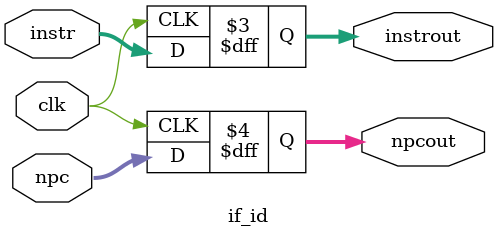
<source format=v>
`timescale 1ns / 1ps


module if_id(
    input wire clk,
    output reg [31:0] instrout, npcout,
    input wire [31:0] instr, npc
    );
    initial begin
        instrout <= 0;
        npcout <= 0;
    end
    always @ (posedge clk) begin
        instrout <= instr;
        npcout <= npc;
    end
endmodule

</source>
